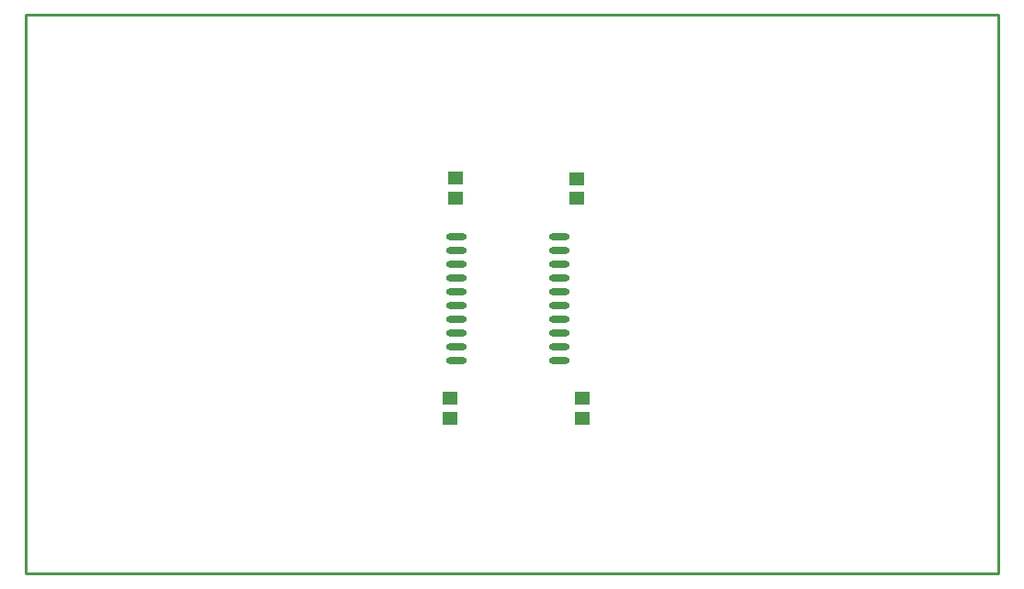
<source format=gtp>
G04 Layer_Color=8421504*
%FSLAX25Y25*%
%MOIN*%
G70*
G01*
G75*
%ADD11C,0.00394*%
%ADD12R,0.05512X0.04724*%
%ADD13O,0.07480X0.02362*%
%ADD14C,0.01000*%
D11*
X126000Y137000D02*
D03*
Y67000D02*
D03*
X226000Y137000D02*
D03*
Y67000D02*
D03*
D12*
X156000Y143574D02*
D03*
Y136488D02*
D03*
X202000Y63574D02*
D03*
Y56488D02*
D03*
X200000Y136457D02*
D03*
Y143543D02*
D03*
X154000Y63574D02*
D03*
Y56488D02*
D03*
D13*
X156299Y122500D02*
D03*
Y117500D02*
D03*
Y112500D02*
D03*
Y107500D02*
D03*
Y102500D02*
D03*
Y97500D02*
D03*
Y92500D02*
D03*
Y87500D02*
D03*
Y82500D02*
D03*
Y77500D02*
D03*
X193701Y122500D02*
D03*
Y117500D02*
D03*
Y112500D02*
D03*
Y107500D02*
D03*
Y102500D02*
D03*
Y97500D02*
D03*
Y92500D02*
D03*
Y87500D02*
D03*
Y82500D02*
D03*
Y77500D02*
D03*
D14*
X0Y0D02*
X353000D01*
X0D02*
Y203000D01*
X353000D01*
Y0D02*
Y203000D01*
M02*

</source>
